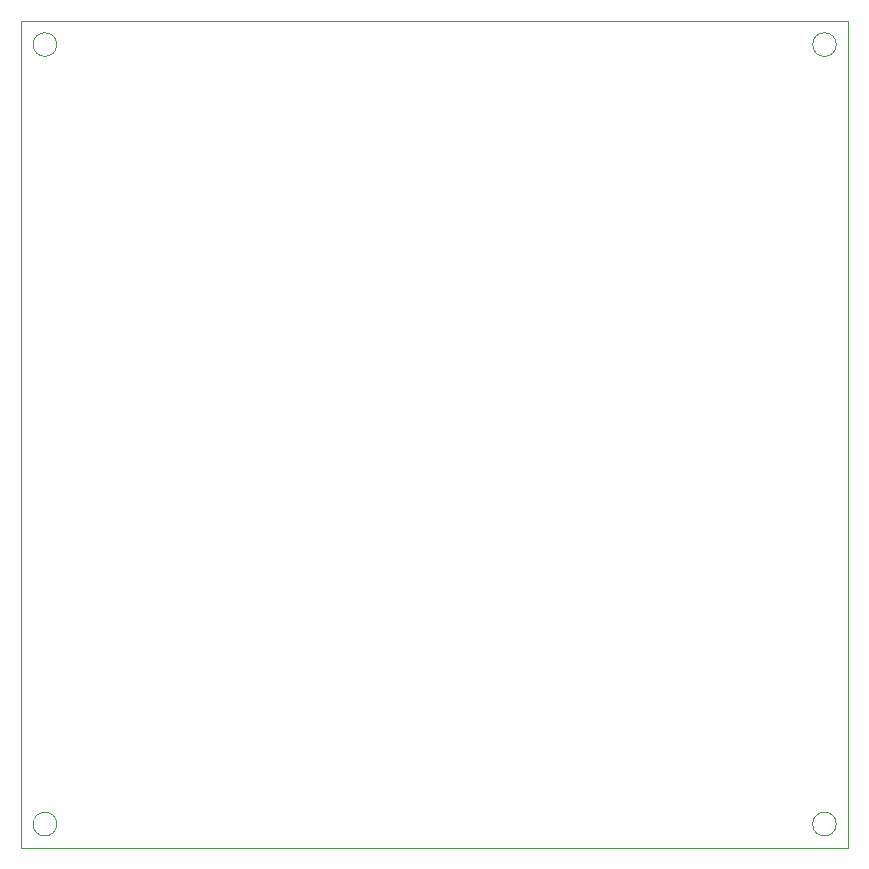
<source format=gbr>
%TF.GenerationSoftware,KiCad,Pcbnew,(6.0.9)*%
%TF.CreationDate,2022-12-23T11:45:30+05:30*%
%TF.ProjectId,IN-14 Panel,494e2d31-3420-4506-916e-656c2e6b6963,1.0*%
%TF.SameCoordinates,Original*%
%TF.FileFunction,Profile,NP*%
%FSLAX46Y46*%
G04 Gerber Fmt 4.6, Leading zero omitted, Abs format (unit mm)*
G04 Created by KiCad (PCBNEW (6.0.9)) date 2022-12-23 11:45:30*
%MOMM*%
%LPD*%
G01*
G04 APERTURE LIST*
%TA.AperFunction,Profile*%
%ADD10C,0.100000*%
%TD*%
G04 APERTURE END LIST*
D10*
X108000000Y-72000000D02*
G75*
G03*
X108000000Y-72000000I-1000000J0D01*
G01*
X174000000Y-138000000D02*
G75*
G03*
X174000000Y-138000000I-1000000J0D01*
G01*
X105000000Y-70000000D02*
X175000000Y-70000000D01*
X175000000Y-70000000D02*
X175000000Y-140000000D01*
X175000000Y-140000000D02*
X105000000Y-140000000D01*
X105000000Y-140000000D02*
X105000000Y-70000000D01*
X174000000Y-72000000D02*
G75*
G03*
X174000000Y-72000000I-1000000J0D01*
G01*
X108000000Y-138000000D02*
G75*
G03*
X108000000Y-138000000I-1000000J0D01*
G01*
M02*

</source>
